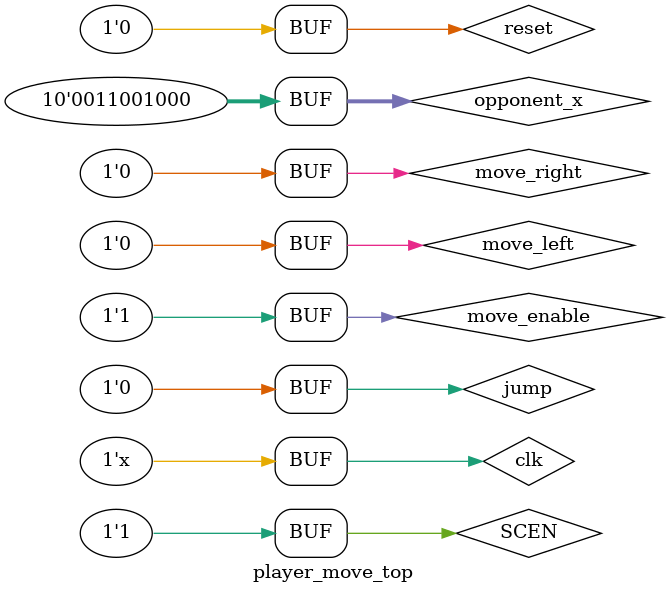
<source format=v>
module player_move_top;

    // --- Parameters ---
    parameter POS_WIDTH  = 10;
    parameter CLK_PERIOD = 10;

    // --- DUT Signals ---
    reg clk;
    reg reset;
    reg SCEN;
    reg move_enable;
    reg move_left;
    reg move_right;
    reg jump;

    reg  [POS_WIDTH-1:0] opponent_x;

    wire [POS_WIDTH-1:0] pos_x;
    wire [POS_WIDTH-1:0] pos_y;
    wire x_lock;
    wire facing_right;
    wire move_active;
    wire jump_active;

    // --- Instantiate DUT ---
    player_move dut (
        .clk(clk),
        .reset(reset),
        .SCEN(SCEN),
        .move_enable(move_enable),
        .move_left(move_left),
        .move_right(move_right),
        .jump(jump),
        .opponent_x(opponent_x),
        .pos_x(pos_x),
        .pos_y(pos_y),
        .x_lock(x_lock),
        .facing_right(facing_right),
        .move_active(move_active),
        .jump_active(jump_active)
    );

    // --- Clock generator ---
    initial begin
        clk = 1'b0;
    end

    always #(CLK_PERIOD/2) clk = ~clk;

    // --- Reset + default signal init ---
    initial begin
        reset        = 1'b1;
        SCEN         = 1'b0;
        move_enable  = 1'b0;
        move_left    = 1'b0;
        move_right   = 1'b0;
        jump         = 1'b0;
        opponent_x   = 10'd200;

        #50;
        reset        = 1'b0;
        move_enable  = 1'b1;
        SCEN         = 1'b1;
    end

endmodule

</source>
